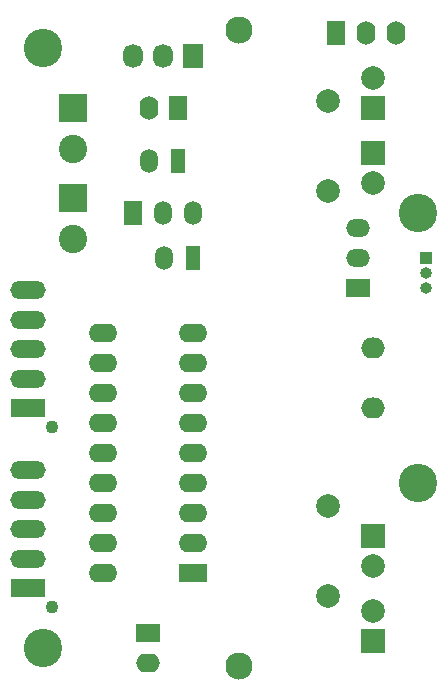
<source format=gbs>
G04 #@! TF.FileFunction,Soldermask,Bot*
%FSLAX46Y46*%
G04 Gerber Fmt 4.6, Leading zero omitted, Abs format (unit mm)*
G04 Created by KiCad (PCBNEW 4.0.7) date 09/14/19 13:27:37*
%MOMM*%
%LPD*%
G01*
G04 APERTURE LIST*
%ADD10C,0.100000*%
%ADD11O,2.000000X1.778000*%
%ADD12R,1.500000X2.000000*%
%ADD13O,1.600000X2.000000*%
%ADD14R,1.300000X2.000000*%
%ADD15O,1.500000X2.000000*%
%ADD16R,1.600000X2.000000*%
%ADD17O,2.000000X1.600000*%
%ADD18R,2.000000X1.600000*%
%ADD19O,1.520000X2.000000*%
%ADD20R,1.520000X2.000000*%
%ADD21O,2.000000X1.520000*%
%ADD22R,2.000000X1.520000*%
%ADD23R,1.000000X1.000000*%
%ADD24O,1.000000X1.000000*%
%ADD25R,3.000000X1.500000*%
%ADD26O,3.000000X1.500000*%
%ADD27C,1.100000*%
%ADD28C,2.000000*%
%ADD29R,2.000000X2.000000*%
%ADD30C,3.250000*%
%ADD31R,1.727200X2.032000*%
%ADD32O,1.727200X2.032000*%
%ADD33C,2.400000*%
%ADD34R,2.400000X2.400000*%
%ADD35C,2.300000*%
%ADD36R,2.400000X1.600000*%
%ADD37O,2.400000X1.600000*%
G04 APERTURE END LIST*
D10*
D11*
X153670000Y-88900000D03*
X153670000Y-93980000D03*
D12*
X150495000Y-62230000D03*
D13*
X153035000Y-62230000D03*
X155575000Y-62230000D03*
D14*
X138430000Y-81280000D03*
D15*
X135930000Y-81280000D03*
D14*
X137160000Y-73025000D03*
D15*
X134660000Y-73025000D03*
D16*
X137160000Y-68580000D03*
D13*
X134660000Y-68580000D03*
D17*
X134620000Y-115530000D03*
D18*
X134620000Y-113030000D03*
D19*
X135890000Y-77470000D03*
X138430000Y-77470000D03*
D20*
X133350000Y-77470000D03*
D21*
X152400000Y-81280000D03*
X152400000Y-78740000D03*
D22*
X152400000Y-83820000D03*
D23*
X158115000Y-81280000D03*
D24*
X158115000Y-82550000D03*
X158115000Y-83820000D03*
D25*
X124460000Y-93980000D03*
D26*
X124460000Y-91480000D03*
X124460000Y-88980000D03*
X124460000Y-86480000D03*
X124460000Y-83980000D03*
D27*
X126460000Y-95580000D03*
D28*
X153670000Y-111125000D03*
D29*
X153670000Y-113665000D03*
D28*
X153670000Y-66040000D03*
D29*
X153670000Y-68580000D03*
D28*
X153670000Y-74930000D03*
D29*
X153670000Y-72390000D03*
D30*
X157480000Y-100330000D03*
X125730000Y-114300000D03*
X157480000Y-77470000D03*
X125730000Y-63500000D03*
D31*
X138430000Y-64135000D03*
D32*
X135890000Y-64135000D03*
X133350000Y-64135000D03*
D33*
X128270000Y-72080000D03*
D34*
X128270000Y-68580000D03*
D33*
X128270000Y-79700000D03*
D34*
X128270000Y-76200000D03*
D28*
X153670000Y-107315000D03*
D29*
X153670000Y-104775000D03*
D28*
X149860000Y-75565000D03*
X149860000Y-67945000D03*
X149860000Y-102235000D03*
X149860000Y-109855000D03*
D35*
X142310000Y-62000000D03*
X142310000Y-115800000D03*
D36*
X138430000Y-107950000D03*
D37*
X130810000Y-87630000D03*
X138430000Y-105410000D03*
X130810000Y-90170000D03*
X138430000Y-102870000D03*
X130810000Y-92710000D03*
X138430000Y-100330000D03*
X130810000Y-95250000D03*
X138430000Y-97790000D03*
X130810000Y-97790000D03*
X138430000Y-95250000D03*
X130810000Y-100330000D03*
X138430000Y-92710000D03*
X130810000Y-102870000D03*
X138430000Y-90170000D03*
X130810000Y-105410000D03*
X138430000Y-87630000D03*
X130810000Y-107950000D03*
D25*
X124460000Y-109220000D03*
D26*
X124460000Y-106720000D03*
X124460000Y-104220000D03*
X124460000Y-101720000D03*
X124460000Y-99220000D03*
D27*
X126460000Y-110820000D03*
M02*

</source>
